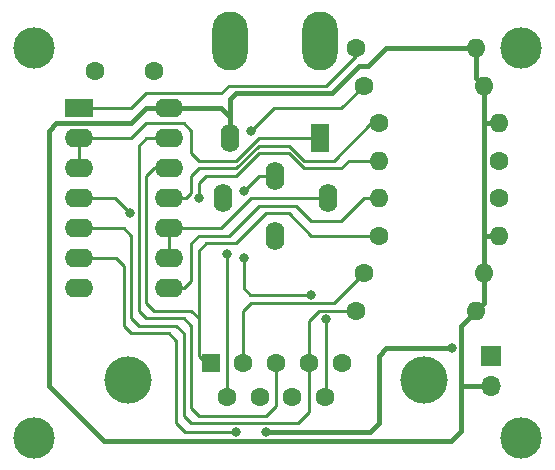
<source format=gtl>
%TF.GenerationSoftware,KiCad,Pcbnew,(5.1.8)-1*%
%TF.CreationDate,2021-01-22T22:39:58+01:00*%
%TF.ProjectId,D32 Joystick Adapter,44333220-4a6f-4797-9374-69636b204164,rev?*%
%TF.SameCoordinates,Original*%
%TF.FileFunction,Copper,L1,Top*%
%TF.FilePolarity,Positive*%
%FSLAX46Y46*%
G04 Gerber Fmt 4.6, Leading zero omitted, Abs format (unit mm)*
G04 Created by KiCad (PCBNEW (5.1.8)-1) date 2021-01-22 22:39:58*
%MOMM*%
%LPD*%
G01*
G04 APERTURE LIST*
%TA.AperFunction,ComponentPad*%
%ADD10O,1.600000X2.400000*%
%TD*%
%TA.AperFunction,WasherPad*%
%ADD11O,3.000000X5.000000*%
%TD*%
%TA.AperFunction,ComponentPad*%
%ADD12R,1.600000X2.400000*%
%TD*%
%TA.AperFunction,ComponentPad*%
%ADD13C,3.500000*%
%TD*%
%TA.AperFunction,ComponentPad*%
%ADD14R,1.600000X1.600000*%
%TD*%
%TA.AperFunction,ComponentPad*%
%ADD15C,1.600000*%
%TD*%
%TA.AperFunction,ComponentPad*%
%ADD16C,4.000000*%
%TD*%
%TA.AperFunction,ComponentPad*%
%ADD17O,1.600000X1.600000*%
%TD*%
%TA.AperFunction,ComponentPad*%
%ADD18R,2.400000X1.600000*%
%TD*%
%TA.AperFunction,ComponentPad*%
%ADD19O,2.400000X1.600000*%
%TD*%
%TA.AperFunction,ComponentPad*%
%ADD20R,1.700000X1.700000*%
%TD*%
%TA.AperFunction,ComponentPad*%
%ADD21O,1.700000X1.700000*%
%TD*%
%TA.AperFunction,ViaPad*%
%ADD22C,0.800000*%
%TD*%
%TA.AperFunction,Conductor*%
%ADD23C,0.250000*%
%TD*%
%TA.AperFunction,Conductor*%
%ADD24C,0.381000*%
%TD*%
G04 APERTURE END LIST*
D10*
%TO.P,J1,6*%
%TO.N,FIRE2*%
X122682000Y-86360000D03*
%TO.P,J1,5*%
%TO.N,VCC*%
X118872000Y-83185000D03*
D11*
%TO.P,J1,*%
%TO.N,*%
X126492000Y-74930000D03*
X118872000Y-74930000D03*
D10*
%TO.P,J1,4*%
%TO.N,FIRE1*%
X118237000Y-88265000D03*
%TO.P,J1,3*%
%TO.N,GND*%
X122682000Y-91440000D03*
%TO.P,J1,2*%
%TO.N,POT_Y*%
X127127000Y-88265000D03*
D12*
%TO.P,J1,1*%
%TO.N,POT_X*%
X126492000Y-83185000D03*
%TD*%
D13*
%TO.P,M1,1*%
%TO.N,N/C*%
X102235000Y-108585000D03*
%TD*%
D14*
%TO.P,J2,1*%
%TO.N,UP*%
X117200000Y-102235000D03*
D15*
%TO.P,J2,2*%
%TO.N,DOWN*%
X119970000Y-102235000D03*
%TO.P,J2,3*%
%TO.N,LEFT*%
X122740000Y-102235000D03*
%TO.P,J2,4*%
%TO.N,RIGHT*%
X125510000Y-102235000D03*
%TO.P,J2,5*%
%TO.N,N/C*%
X128280000Y-102235000D03*
%TO.P,J2,6*%
%TO.N,FIRE1*%
X118585000Y-105075000D03*
%TO.P,J2,7*%
%TO.N,Net-(J2-Pad7)*%
X121355000Y-105075000D03*
%TO.P,J2,8*%
%TO.N,GND*%
X124125000Y-105075000D03*
%TO.P,J2,9*%
%TO.N,FIRE2*%
X126895000Y-105075000D03*
D16*
%TO.P,J2,0*%
%TO.N,N/C*%
X110240000Y-103655000D03*
X135240000Y-103655000D03*
%TD*%
D13*
%TO.P,M2,1*%
%TO.N,N/C*%
X143510000Y-108585000D03*
%TD*%
%TO.P,M3,1*%
%TO.N,N/C*%
X143510000Y-75565000D03*
%TD*%
%TO.P,M4,1*%
%TO.N,N/C*%
X102235000Y-75565000D03*
%TD*%
D17*
%TO.P,R1,2*%
%TO.N,VCC*%
X139700000Y-97790000D03*
D15*
%TO.P,R1,1*%
%TO.N,RIGHT*%
X129540000Y-97790000D03*
%TD*%
%TO.P,R2,1*%
%TO.N,Net-(R2-Pad1)*%
X129540000Y-75565000D03*
D17*
%TO.P,R2,2*%
%TO.N,VCC*%
X139700000Y-75565000D03*
%TD*%
D15*
%TO.P,R3,1*%
%TO.N,LEFT*%
X130175000Y-78740000D03*
D17*
%TO.P,R3,2*%
%TO.N,VCC*%
X140335000Y-78740000D03*
%TD*%
%TO.P,R4,2*%
%TO.N,Net-(R4-Pad2)*%
X131445000Y-85090000D03*
D15*
%TO.P,R4,1*%
%TO.N,GND*%
X141605000Y-85090000D03*
%TD*%
D17*
%TO.P,R5,2*%
%TO.N,VCC*%
X140335000Y-94615000D03*
D15*
%TO.P,R5,1*%
%TO.N,DOWN*%
X130175000Y-94615000D03*
%TD*%
%TO.P,R6,1*%
%TO.N,Net-(R6-Pad1)*%
X131445000Y-81915000D03*
D17*
%TO.P,R6,2*%
%TO.N,VCC*%
X141605000Y-81915000D03*
%TD*%
D15*
%TO.P,R7,1*%
%TO.N,UP*%
X131445000Y-91440000D03*
D17*
%TO.P,R7,2*%
%TO.N,VCC*%
X141605000Y-91440000D03*
%TD*%
%TO.P,R8,2*%
%TO.N,Net-(R8-Pad2)*%
X131445000Y-88265000D03*
D15*
%TO.P,R8,1*%
%TO.N,GND*%
X141605000Y-88265000D03*
%TD*%
D18*
%TO.P,U1,1*%
%TO.N,Net-(R2-Pad1)*%
X106045000Y-80645000D03*
D19*
%TO.P,U1,8*%
%TO.N,Net-(R8-Pad2)*%
X113665000Y-95885000D03*
%TO.P,U1,2*%
%TO.N,POT_X*%
X106045000Y-83185000D03*
%TO.P,U1,9*%
%TO.N,POT_Y*%
X113665000Y-93345000D03*
%TO.P,U1,3*%
%TO.N,POT_X*%
X106045000Y-85725000D03*
%TO.P,U1,10*%
%TO.N,POT_Y*%
X113665000Y-90805000D03*
%TO.P,U1,4*%
%TO.N,Net-(R4-Pad2)*%
X106045000Y-88265000D03*
%TO.P,U1,11*%
%TO.N,Net-(R6-Pad1)*%
X113665000Y-88265000D03*
%TO.P,U1,5*%
%TO.N,RIGHT*%
X106045000Y-90805000D03*
%TO.P,U1,12*%
%TO.N,UP*%
X113665000Y-85725000D03*
%TO.P,U1,6*%
%TO.N,DOWN*%
X106045000Y-93345000D03*
%TO.P,U1,13*%
%TO.N,LEFT*%
X113665000Y-83185000D03*
%TO.P,U1,7*%
%TO.N,GND*%
X106045000Y-95885000D03*
%TO.P,U1,14*%
%TO.N,VCC*%
X113665000Y-80645000D03*
%TD*%
D15*
%TO.P,C1,1*%
%TO.N,VCC*%
X112395000Y-77470000D03*
%TO.P,C1,2*%
%TO.N,GND*%
X107395000Y-77470000D03*
%TD*%
D20*
%TO.P,JP1,1*%
%TO.N,Net-(J2-Pad7)*%
X140970000Y-101600000D03*
D21*
%TO.P,JP1,2*%
%TO.N,VCC*%
X140970000Y-104140000D03*
%TD*%
D22*
%TO.N,DOWN*%
X119380000Y-108040000D03*
%TO.N,LEFT*%
X120650000Y-82550000D03*
%TO.N,FIRE1*%
X118585000Y-92960000D03*
%TO.N,FIRE2*%
X120015000Y-87630000D03*
X125730000Y-96430000D03*
X127000000Y-98515000D03*
X120015000Y-93345000D03*
%TO.N,Net-(R4-Pad2)*%
X110400000Y-89535000D03*
X116205000Y-88265000D03*
%TO.N,Net-(J2-Pad7)*%
X137639500Y-100965000D03*
X121920000Y-108040000D03*
%TD*%
D23*
%TO.N,UP*%
X113665000Y-85725000D02*
X112395000Y-85725000D01*
X112395000Y-85725000D02*
X111760000Y-86360000D01*
X111760000Y-86360000D02*
X111760000Y-97155000D01*
X111760000Y-97155000D02*
X112395000Y-97790000D01*
X115570000Y-97790000D02*
X116205000Y-98425000D01*
X112395000Y-97790000D02*
X115570000Y-97790000D01*
X116205000Y-98425000D02*
X116205000Y-101600000D01*
X116840000Y-102235000D02*
X116205000Y-101600000D01*
X117200000Y-102235000D02*
X116840000Y-102235000D01*
X116205000Y-92710000D02*
X116205000Y-98425000D01*
X116840000Y-92075000D02*
X116205000Y-92710000D01*
X119380000Y-92075000D02*
X116840000Y-92075000D01*
X123825000Y-89535000D02*
X121920000Y-89535000D01*
X125730000Y-91440000D02*
X123825000Y-89535000D01*
X121920000Y-89535000D02*
X119380000Y-92075000D01*
X131445000Y-91440000D02*
X125730000Y-91440000D01*
%TO.N,DOWN*%
X106045000Y-93345000D02*
X109220000Y-93345000D01*
X109220000Y-93345000D02*
X109855000Y-93980000D01*
X109855000Y-93980000D02*
X109855000Y-99060000D01*
X109855000Y-99060000D02*
X110490000Y-99695000D01*
X110490000Y-99695000D02*
X113665000Y-99695000D01*
X113665000Y-99695000D02*
X114300000Y-100330000D01*
X114300000Y-100330000D02*
X114300000Y-107315000D01*
X115025000Y-108040000D02*
X119380000Y-108040000D01*
X114300000Y-107315000D02*
X115025000Y-108040000D01*
X119970000Y-97835000D02*
X120650000Y-97155000D01*
X119970000Y-97835000D02*
X119970000Y-102235000D01*
X120650000Y-97155000D02*
X127635000Y-97155000D01*
X127635000Y-97155000D02*
X130175000Y-94615000D01*
%TO.N,LEFT*%
X121920000Y-106680000D02*
X122740000Y-105860000D01*
X115570000Y-106045000D02*
X116205000Y-106680000D01*
X122740000Y-105860000D02*
X122740000Y-102235000D01*
X116205000Y-106680000D02*
X121920000Y-106680000D01*
X115570000Y-99060000D02*
X115570000Y-106045000D01*
X114935000Y-98425000D02*
X115570000Y-99060000D01*
X111125000Y-97790000D02*
X111760000Y-98425000D01*
X111125000Y-83820000D02*
X111125000Y-97790000D01*
X111760000Y-83185000D02*
X111125000Y-83820000D01*
X111760000Y-98425000D02*
X114935000Y-98425000D01*
X113665000Y-83185000D02*
X111760000Y-83185000D01*
X130175000Y-78740000D02*
X128270000Y-80645000D01*
X122555000Y-80645000D02*
X120650000Y-82550000D01*
X128270000Y-80645000D02*
X122555000Y-80645000D01*
%TO.N,RIGHT*%
X124587000Y-107315000D02*
X125510000Y-106392000D01*
X125510000Y-106392000D02*
X125510000Y-102235000D01*
X115570000Y-107315000D02*
X124587000Y-107315000D01*
X114935000Y-106680000D02*
X115570000Y-107315000D01*
X114935000Y-99695000D02*
X114935000Y-106680000D01*
X111125000Y-99060000D02*
X114300000Y-99060000D01*
X110490000Y-98425000D02*
X111125000Y-99060000D01*
X114300000Y-99060000D02*
X114935000Y-99695000D01*
X110490000Y-91440000D02*
X110490000Y-98425000D01*
X109855000Y-90805000D02*
X110490000Y-91440000D01*
X106045000Y-90805000D02*
X109855000Y-90805000D01*
X129540000Y-97790000D02*
X126365000Y-97790000D01*
X125510000Y-98645000D02*
X125510000Y-102235000D01*
X126365000Y-97790000D02*
X125510000Y-98645000D01*
%TO.N,FIRE1*%
X118585000Y-105075000D02*
X118585000Y-92960000D01*
D24*
%TO.N,VCC*%
X113665000Y-80645000D02*
X118110000Y-80645000D01*
X118872000Y-81407000D02*
X118872000Y-83185000D01*
X118110000Y-80645000D02*
X118872000Y-81407000D01*
X139700000Y-78105000D02*
X140335000Y-78740000D01*
X139700000Y-75565000D02*
X139700000Y-78105000D01*
X140335000Y-78740000D02*
X140335000Y-80645000D01*
X140335000Y-97155000D02*
X139700000Y-97790000D01*
X140335000Y-94615000D02*
X140335000Y-97155000D01*
X141605000Y-81915000D02*
X140335000Y-81915000D01*
X140335000Y-80645000D02*
X140335000Y-81915000D01*
X141605000Y-91440000D02*
X140335000Y-91440000D01*
X140335000Y-91440000D02*
X140335000Y-94615000D01*
X140335000Y-81915000D02*
X140335000Y-91440000D01*
X110490000Y-81915000D02*
X111760000Y-80645000D01*
X111760000Y-80645000D02*
X113665000Y-80645000D01*
X104140000Y-81915000D02*
X110490000Y-81915000D01*
X103505000Y-82550000D02*
X104140000Y-81915000D01*
X103505000Y-104140000D02*
X103505000Y-82550000D01*
X108195501Y-108830501D02*
X103505000Y-104140000D01*
X120494499Y-108830501D02*
X108195501Y-108830501D01*
X139700000Y-75565000D02*
X132080000Y-75565000D01*
X132080000Y-75565000D02*
X130556000Y-77089000D01*
X129730500Y-77089000D02*
X127444500Y-79375000D01*
X130556000Y-77089000D02*
X129730500Y-77089000D01*
X127444500Y-79375000D02*
X119380000Y-79375000D01*
X119380000Y-79375000D02*
X118872000Y-79883000D01*
X118872000Y-79883000D02*
X118872000Y-81407000D01*
X139700000Y-97790000D02*
X138430000Y-99060000D01*
X140970000Y-104140000D02*
X138430000Y-104140000D01*
X138430000Y-104140000D02*
X138430000Y-107495000D01*
X138430000Y-99060000D02*
X138430000Y-104140000D01*
X120494499Y-108830501D02*
X137549499Y-108830501D01*
X138430000Y-107950000D02*
X138430000Y-107495000D01*
X137549499Y-108830501D02*
X138430000Y-107950000D01*
D23*
%TO.N,FIRE2*%
X122682000Y-86360000D02*
X121285000Y-86360000D01*
X121285000Y-86360000D02*
X120015000Y-87630000D01*
X127000000Y-104970000D02*
X126895000Y-105075000D01*
X127000000Y-98515000D02*
X127000000Y-104970000D01*
X120015000Y-93345000D02*
X120015000Y-95885000D01*
X120015000Y-95885000D02*
X120560000Y-96430000D01*
X120560000Y-96430000D02*
X125730000Y-96430000D01*
%TO.N,Net-(R2-Pad1)*%
X129540000Y-76200000D02*
X129540000Y-75565000D01*
X118745000Y-78740000D02*
X127000000Y-78740000D01*
X118110000Y-79375000D02*
X118745000Y-78740000D01*
X111760000Y-79375000D02*
X118110000Y-79375000D01*
X127000000Y-78740000D02*
X129540000Y-76200000D01*
X110490000Y-80645000D02*
X111760000Y-79375000D01*
X106045000Y-80645000D02*
X110490000Y-80645000D01*
%TO.N,Net-(R4-Pad2)*%
X109130000Y-88265000D02*
X110400000Y-89535000D01*
X106045000Y-88265000D02*
X109130000Y-88265000D01*
X123823590Y-84455000D02*
X125093590Y-85725000D01*
X121285000Y-84455000D02*
X123823590Y-84455000D01*
X116205000Y-86995000D02*
X116840000Y-86360000D01*
X116205000Y-88265000D02*
X116205000Y-86995000D01*
X131445000Y-85090000D02*
X128905000Y-85090000D01*
X128905000Y-85090000D02*
X128270000Y-85725000D01*
X125093590Y-85725000D02*
X128270000Y-85725000D01*
X116840000Y-86360000D02*
X119380000Y-86360000D01*
X119380000Y-86360000D02*
X121285000Y-84455000D01*
%TO.N,Net-(R6-Pad1)*%
X130810000Y-81915000D02*
X131445000Y-81915000D01*
X125095000Y-85090000D02*
X127635000Y-85090000D01*
X123825000Y-83820000D02*
X125095000Y-85090000D01*
X121283590Y-83820000D02*
X123825000Y-83820000D01*
X127635000Y-85090000D02*
X130810000Y-81915000D01*
X115570000Y-86360000D02*
X116205000Y-85725000D01*
X115570000Y-87810000D02*
X115570000Y-86360000D01*
X115115000Y-88265000D02*
X115570000Y-87810000D01*
X113665000Y-88265000D02*
X115115000Y-88265000D01*
X119378590Y-85725000D02*
X116205000Y-85725000D01*
X121283590Y-83820000D02*
X119378590Y-85725000D01*
%TO.N,Net-(R8-Pad2)*%
X130175000Y-88265000D02*
X131445000Y-88265000D01*
X128270000Y-90170000D02*
X130175000Y-88265000D01*
X125730000Y-90170000D02*
X128270000Y-90170000D01*
X121285000Y-88900000D02*
X124460000Y-88900000D01*
X118745000Y-91440000D02*
X121285000Y-88900000D01*
X116205000Y-91440000D02*
X118745000Y-91440000D01*
X124460000Y-88900000D02*
X125730000Y-90170000D01*
X115570000Y-92075000D02*
X116205000Y-91440000D01*
X115570000Y-95250000D02*
X115570000Y-92075000D01*
X114935000Y-95885000D02*
X115570000Y-95250000D01*
X113665000Y-95885000D02*
X114935000Y-95885000D01*
%TO.N,POT_X*%
X106045000Y-83185000D02*
X106045000Y-85725000D01*
X115570000Y-82550000D02*
X114935000Y-81915000D01*
X115570000Y-84455000D02*
X115570000Y-82550000D01*
X116205000Y-85090000D02*
X115570000Y-84455000D01*
X119377179Y-85090000D02*
X116205000Y-85090000D01*
X121282179Y-83185000D02*
X119377179Y-85090000D01*
X126492000Y-83185000D02*
X121282179Y-83185000D01*
X110490000Y-83185000D02*
X111760000Y-81915000D01*
X106045000Y-83185000D02*
X110490000Y-83185000D01*
X114935000Y-81915000D02*
X111760000Y-81915000D01*
%TO.N,POT_Y*%
X113665000Y-93345000D02*
X113665000Y-90805000D01*
X118110000Y-90805000D02*
X113665000Y-90805000D01*
X127127000Y-88265000D02*
X120650000Y-88265000D01*
X118110000Y-90805000D02*
X120650000Y-88265000D01*
D24*
%TO.N,Net-(J2-Pad7)*%
X130720000Y-108040000D02*
X121920000Y-108040000D01*
X131445000Y-101600000D02*
X131445000Y-107315000D01*
X132080000Y-100965000D02*
X131445000Y-101600000D01*
X131445000Y-107315000D02*
X130720000Y-108040000D01*
X137639500Y-100965000D02*
X132080000Y-100965000D01*
%TD*%
M02*

</source>
